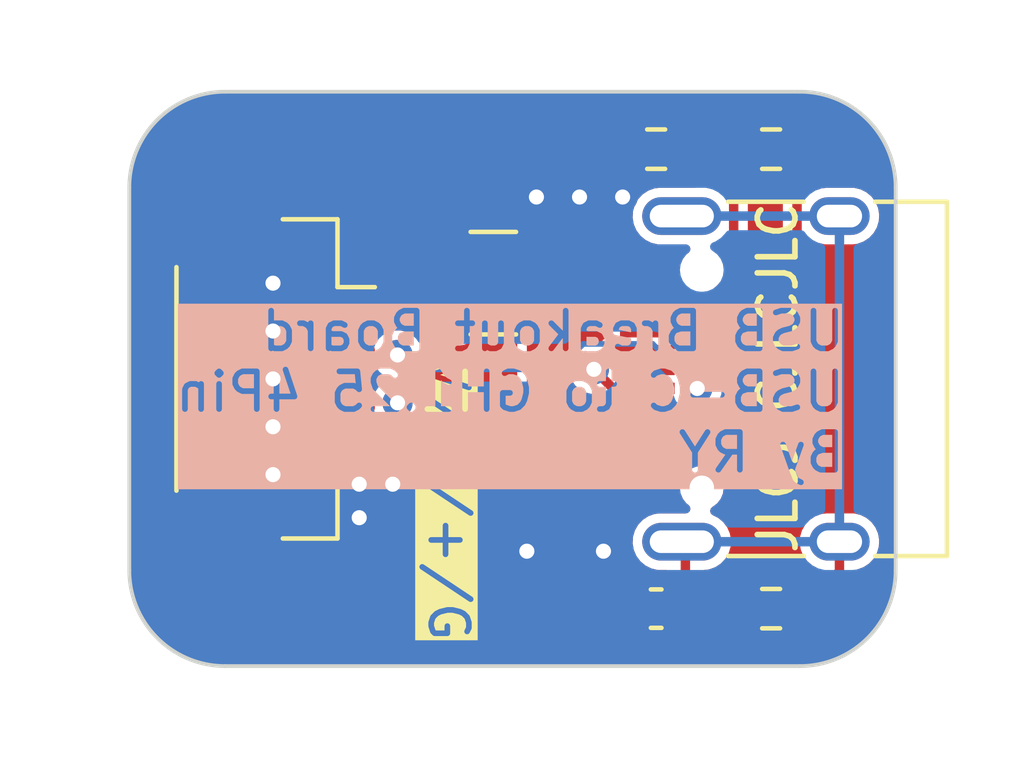
<source format=kicad_pcb>
(kicad_pcb (version 20221018) (generator pcbnew)
  (layers (0 "F.Cu" signal) (31 "B.Cu" signal) (34 "B.Paste" user) (35 "F.Paste" user) (36 "B.SilkS" user "B.Silkscreen") (37 "F.SilkS" user "F.Silkscreen") (38 "B.Mask" user) (39 "F.Mask" user) (44 "Edge.Cuts" user))
  (net 0 "")
  (net 1 "GND")
  (net 2 "Net-(J1-SHIELD)")
  (net 3 "+5V")
  (net 4 "Net-(F1-Pad2)")
  (net 5 "Net-(J1-CC1)")
  (net 6 "/USB_DP")
  (net 7 "/USB_DM")
  (net 9 "Net-(J1-CC2)")
  (footprint "Fuse:Fuse_1210_3225Metric" (layer "F.Cu") (at 121.412 73.66)
    (fp_text reference "F1" hide)
    (fp_text value "Fuse")
    (fp_line (start -0.602064 -1.36) (end 0.602064 -1.36) (stroke (width 0.12)) (layer "F.SilkS"))
    (fp_line (start -0.602064 1.36) (end 0.602064 1.36) (stroke (width 0.12)) (layer "F.SilkS"))
    (pad "1" smd roundrect (at -1.4 0) (size 1.25 2.65) (layers "F.Cu" "F.Paste" "F.Mask") (roundrect_rratio 0.2) (net 3 "+5V"))
    (pad "2" smd roundrect (at 1.4 0) (size 1.25 2.65) (layers "F.Cu" "F.Paste" "F.Mask") (roundrect_rratio 0.2) (net 4 "Net-(F1-Pad2)"))
  )
  (footprint "Connector_JST:JST_GH_SM04B-GHS-TB_1x04-1MP_P1.25mm_Horizontal" (layer "F.Cu") (at 115.57 76.2 -90)
    (fp_text reference "J2" hide)
    (fp_text value "Conn_01x04_MountingPin")
    (fp_line (start -4.235 -1.71) (end -2.435 -1.71) (stroke (width 0.12)) (layer "F.SilkS"))
    (fp_line (start -4.235 -0.26) (end -4.235 -1.71) (stroke (width 0.12)) (layer "F.SilkS"))
    (fp_line (start -2.965 2.56) (end 2.965 2.56) (stroke (width 0.12)) (layer "F.SilkS"))
    (fp_line (start -2.435 -1.71) (end -2.435 -2.7) (stroke (width 0.12)) (layer "F.SilkS"))
    (fp_line (start 4.235 -1.71) (end 2.435 -1.71) (stroke (width 0.12)) (layer "F.SilkS"))
    (fp_line (start 4.235 -0.26) (end 4.235 -1.71) (stroke (width 0.12)) (layer "F.SilkS"))
    (pad "1" smd roundrect (at -1.875 -1.85 270) (size 0.6 1.7) (layers "F.Cu" "F.Paste" "F.Mask") (net 3 "+5V"))
    (pad "2" smd roundrect (at -0.625 -1.85 270) (size 0.6 1.7) (layers "F.Cu" "F.Paste" "F.Mask") (net 7 "/USB_DM"))
    (pad "3" smd roundrect (at 0.625 -1.85 270) (size 0.6 1.7) (layers "F.Cu" "F.Paste" "F.Mask") (net 6 "/USB_DP"))
    (pad "4" smd roundrect (at 1.875 -1.85 270) (size 0.6 1.7) (layers "F.Cu" "F.Paste" "F.Mask") (net 1 "GND"))
    (pad "MP" smd roundrect (at -3.725 1.35 270) (size 1 2.7) (layers "F.Cu" "F.Paste" "F.Mask") (net 1 "GND"))
    (pad "MP" smd roundrect (at 3.725 1.35 270) (size 1 2.7) (layers "F.Cu" "F.Paste" "F.Mask") (net 1 "GND"))
  )
  (footprint "Connector_USB:USB_C_Receptacle_HRO_TYPE-C-31-M-12" (layer "F.Cu") (at 129.54 76.2 90)
    (fp_text reference "J1" hide)
    (fp_text value "USB_C_Receptacle_USB2.0")
    (fp_line (start -4.7 -1.9) (end -4.7 0.1) (stroke (width 0.12)) (layer "F.SilkS"))
    (fp_line (start -4.7 2) (end -4.7 3.9) (stroke (width 0.12)) (layer "F.SilkS"))
    (fp_line (start -4.7 3.9) (end 4.7 3.9) (stroke (width 0.12)) (layer "F.SilkS"))
    (fp_line (start 4.7 -1.9) (end 4.7 0.1) (stroke (width 0.12)) (layer "F.SilkS"))
    (fp_line (start 4.7 2) (end 4.7 3.9) (stroke (width 0.12)) (layer "F.SilkS"))
    (pad "" np_thru_hole circle (at -2.89 -2.6 90) (size 0.65 0.65) (drill 0.65) (layers "*.Cu" "*.Mask"))
    (pad "" np_thru_hole circle (at 2.89 -2.6 90) (size 0.65 0.65) (drill 0.65) (layers "*.Cu" "*.Mask"))
    (pad "A1" smd rect (at -3.25 -4.045 90) (size 0.6 1.45) (layers "F.Cu" "F.Paste" "F.Mask") (net 1 "GND"))
    (pad "A4" smd rect (at -2.45 -4.045 90) (size 0.6 1.45) (layers "F.Cu" "F.Paste" "F.Mask") (net 4 "Net-(F1-Pad2)"))
    (pad "A5" smd rect (at -1.25 -4.045 90) (size 0.3 1.45) (layers "F.Cu" "F.Paste" "F.Mask") (net 5 "Net-(J1-CC1)"))
    (pad "A6" smd rect (at -0.25 -4.045 90) (size 0.3 1.45) (layers "F.Cu" "F.Paste" "F.Mask") (net 6 "/USB_DP"))
    (pad "A7" smd rect (at 0.25 -4.045 90) (size 0.3 1.45) (layers "F.Cu" "F.Paste" "F.Mask") (net 7 "/USB_DM"))
    (pad "A8" smd rect (at 1.25 -4.045 90) (size 0.3 1.45) (layers "F.Cu" "F.Paste" "F.Mask"))
    (pad "A9" smd rect (at 2.45 -4.045 90) (size 0.6 1.45) (layers "F.Cu" "F.Paste" "F.Mask") (net 4 "Net-(F1-Pad2)"))
    (pad "A12" smd rect (at 3.25 -4.045 90) (size 0.6 1.45) (layers "F.Cu" "F.Paste" "F.Mask") (net 1 "GND"))
    (pad "B1" smd rect (at 3.25 -4.045 90) (size 0.6 1.45) (layers "F.Cu" "F.Paste" "F.Mask") (net 1 "GND"))
    (pad "B4" smd rect (at 2.45 -4.045 90) (size 0.6 1.45) (layers "F.Cu" "F.Paste" "F.Mask") (net 4 "Net-(F1-Pad2)"))
    (pad "B5" smd rect (at 1.75 -4.045 90) (size 0.3 1.45) (layers "F.Cu" "F.Paste" "F.Mask") (net 9 "Net-(J1-CC2)"))
    (pad "B6" smd rect (at 0.75 -4.045 90) (size 0.3 1.45) (layers "F.Cu" "F.Paste" "F.Mask") (net 6 "/USB_DP"))
    (pad "B7" smd rect (at -0.75 -4.045 90) (size 0.3 1.45) (layers "F.Cu" "F.Paste" "F.Mask") (net 7 "/USB_DM"))
    (pad "B8" smd rect (at -1.75 -4.045 90) (size 0.3 1.45) (layers "F.Cu" "F.Paste" "F.Mask"))
    (pad "B9" smd rect (at -2.45 -4.045 90) (size 0.6 1.45) (layers "F.Cu" "F.Paste" "F.Mask") (net 4 "Net-(F1-Pad2)"))
    (pad "B12" smd rect (at -3.25 -4.045 90) (size 0.6 1.45) (layers "F.Cu" "F.Paste" "F.Mask") (net 1 "GND"))
    (pad "S1" thru_hole oval (at -4.32 -3.13 90) (size 1 2.1) (drill oval 0.6 1.7) (layers "*.Cu" "*.Mask") (net 2 "Net-(J1-SHIELD)"))
    (pad "S1" thru_hole oval (at -4.32 1.05 90) (size 1 1.6) (drill oval 0.6 1.2) (layers "*.Cu" "*.Mask") (net 2 "Net-(J1-SHIELD)"))
    (pad "S1" thru_hole oval (at 4.32 -3.13 90) (size 1 2.1) (drill oval 0.6 1.7) (layers "*.Cu" "*.Mask") (net 2 "Net-(J1-SHIELD)"))
    (pad "S1" thru_hole oval (at 4.32 1.05 90) (size 1 1.6) (drill oval 0.6 1.2) (layers "*.Cu" "*.Mask") (net 2 "Net-(J1-SHIELD)"))
  )
  (footprint "Capacitor_SMD:C_0603_1608Metric" (layer "F.Cu") (at 125.73 82.296)
    (fp_text reference "C1" hide)
    (fp_text value "10nF")
    (fp_line (start -0.14058 -0.51) (end 0.14058 -0.51) (stroke (width 0.12)) (layer "F.SilkS"))
    (fp_line (start -0.14058 0.51) (end 0.14058 0.51) (stroke (width 0.12)) (layer "F.SilkS"))
    (pad "1" smd roundrect (at -0.775 0) (size 0.9 0.95) (layers "F.Cu" "F.Paste" "F.Mask") (net 1 "GND"))
    (pad "2" smd roundrect (at 0.775 0) (size 0.9 0.95) (layers "F.Cu" "F.Paste" "F.Mask") (net 2 "Net-(J1-SHIELD)"))
  )
  (footprint "Resistor_SMD:R_0603_1608Metric" (layer "F.Cu") (at 128.778 70.104)
    (fp_text reference "R1" hide)
    (fp_text value "5.1k")
    (fp_line (start -0.237258 -0.5225) (end 0.237258 -0.5225) (stroke (width 0.12)) (layer "F.SilkS"))
    (fp_line (start -0.237258 0.5225) (end 0.237258 0.5225) (stroke (width 0.12)) (layer "F.SilkS"))
    (pad "1" smd roundrect (at -0.825 0) (size 0.8 0.95) (layers "F.Cu" "F.Paste" "F.Mask") (net 1 "GND"))
    (pad "2" smd roundrect (at 0.825 0) (size 0.8 0.95) (layers "F.Cu" "F.Paste" "F.Mask") (net 5 "Net-(J1-CC1)"))
  )
  (footprint "Resistor_SMD:R_0603_1608Metric" (layer "F.Cu") (at 128.778 82.296)
    (fp_text reference "R3" hide)
    (fp_text value "1M")
    (fp_line (start -0.237258 -0.5225) (end 0.237258 -0.5225) (stroke (width 0.12)) (layer "F.SilkS"))
    (fp_line (start -0.237258 0.5225) (end 0.237258 0.5225) (stroke (width 0.12)) (layer "F.SilkS"))
    (pad "1" smd roundrect (at -0.825 0) (size 0.8 0.95) (layers "F.Cu" "F.Paste" "F.Mask") (net 1 "GND"))
    (pad "2" smd roundrect (at 0.825 0) (size 0.8 0.95) (layers "F.Cu" "F.Paste" "F.Mask") (net 2 "Net-(J1-SHIELD)"))
  )
  (footprint "Resistor_SMD:R_0603_1608Metric" (layer "F.Cu") (at 125.73 70.104)
    (fp_text reference "R2" hide)
    (fp_text value "5.1k")
    (fp_line (start -0.237258 -0.5225) (end 0.237258 -0.5225) (stroke (width 0.12)) (layer "F.SilkS"))
    (fp_line (start -0.237258 0.5225) (end 0.237258 0.5225) (stroke (width 0.12)) (layer "F.SilkS"))
    (pad "1" smd roundrect (at -0.825 0) (size 0.8 0.95) (layers "F.Cu" "F.Paste" "F.Mask") (net 1 "GND"))
    (pad "2" smd roundrect (at 0.825 0) (size 0.8 0.95) (layers "F.Cu" "F.Paste" "F.Mask") (net 9 "Net-(J1-CC2)"))
  )
  (gr_line (start 114.3 68.58) (end 129.54 68.58) (stroke (width 0.1)) (layer "Edge.Cuts"))
  (gr_line (start 132.08 71.12) (end 132.08 81.28) (stroke (width 0.1)) (layer "Edge.Cuts"))
  (gr_line (start 111.76 81.28) (end 111.76 71.12) (stroke (width 0.1)) (layer "Edge.Cuts"))
  (gr_arc (start 111.76 71.12) (mid 112.503949 69.323949) (end 114.3 68.58) (stroke (width 0.1)) (layer "Edge.Cuts"))
  (gr_arc (start 114.3 83.82) (mid 112.503949 83.076051) (end 111.76 81.28) (stroke (width 0.1)) (layer "Edge.Cuts"))
  (gr_arc (start 132.08 81.28) (mid 131.336051 83.076051) (end 129.54 83.82) (stroke (width 0.1)) (layer "Edge.Cuts"))
  (gr_arc (start 129.54 68.58) (mid 131.336051 69.323949) (end 132.08 71.12) (stroke (width 0.1)) (layer "Edge.Cuts"))
  (gr_line (start 129.54 83.82) (end 114.3 83.82) (stroke (width 0.1)) (layer "Edge.Cuts"))
  (gr_text "USB Breakout Board\nUSB-C to GH1.25 4Pin\nBy RY" (at 130.81 78.74) (layer "B.SilkS" knockout) (effects (font (size 1 1)) (justify left bottom mirror)))
  (gr_text "JLCJLCJLCJLC" (at 129.54 80.9 90) (layer "F.SilkS") (effects (font (size 1 0.9)) (justify left bottom)))
  (gr_text "V/-/+/G" (at 119.634 75.565 270) (layer "F.SilkS" knockout) (effects (font (size 1 1)) (justify left bottom)))
  (via (at 124.841 71.374) (size 0.8) (drill 0.4) (layers "F.Cu" "B.Cu") (net 1))
  (via (at 124.333 80.772) (size 0.8) (drill 0.4) (layers "F.Cu" "B.Cu") (net 1))
  (via (at 122.301 80.772) (size 0.8) (drill 0.4) (layers "F.Cu" "B.Cu") (net 1))
  (via (at 117.856 79.883) (size 0.8) (drill 0.4) (layers "F.Cu" "B.Cu") (net 1))
  (via (at 117.856 78.994) (size 0.8) (drill 0.4) (layers "F.Cu" "B.Cu") (net 1))
  (via (at 115.57 74.93) (size 0.8) (drill 0.4) (layers "F.Cu" "B.Cu") (net 1))
  (via (at 115.57 77.47) (size 0.8) (drill 0.4) (layers "F.Cu" "B.Cu") (net 1))
  (via (at 122.555 71.374) (size 0.8) (drill 0.4) (layers "F.Cu" "B.Cu") (net 1))
  (via (at 115.57 76.2) (size 0.8) (drill 0.4) (layers "F.Cu" "B.Cu") (net 1))
  (via (at 118.745 78.994) (size 0.8) (drill 0.4) (layers "F.Cu" "B.Cu") (net 1))
  (via (at 123.698 71.374) (size 0.8) (drill 0.4) (layers "F.Cu" "B.Cu") (net 1))
  (via (at 115.57 73.66) (size 0.8) (drill 0.4) (layers "F.Cu" "B.Cu") (net 1))
  (via (at 115.57 78.74) (size 0.8) (drill 0.4) (layers "F.Cu" "B.Cu") (net 1))
  (segment (start 126.505 82.296) (end 126.505 80.615) (width 0.25) (layer "F.Cu") (net 2))
  (segment (start 130.59 80.52) (end 130.59 81.309) (width 0.25) (layer "F.Cu") (net 2))
  (segment (start 130.59 81.309) (end 129.603 82.296) (width 0.25) (layer "F.Cu") (net 2))
  (segment (start 126.505 80.615) (end 126.41 80.52) (width 0.25) (layer "F.Cu") (net 2))
  (segment (start 126.41 71.88) (end 130.59 71.88) (width 0.25) (layer "B.Cu") (net 2))
  (segment (start 130.59 71.88) (end 130.59 80.52) (width 0.25) (layer "B.Cu") (net 2))
  (segment (start 130.59 80.52) (end 126.41 80.52) (width 0.25) (layer "B.Cu") (net 2))
  (segment (start 129.465 74.833807) (end 126.848807 77.45) (width 0.25) (layer "F.Cu") (net 5))
  (segment (start 129.465 70.242) (end 129.465 74.833807) (width 0.25) (layer "F.Cu") (net 5))
  (segment (start 129.603 70.104) (end 129.465 70.242) (width 0.25) (layer "F.Cu") (net 5))
  (segment (start 126.848807 77.45) (end 125.495 77.45) (width 0.25) (layer "F.Cu") (net 5))
  (segment (start 125.495 75.45) (end 124.575 75.45) (width 0.25) (layer "F.Cu") (net 6))
  (segment (start 124.583 76.45) (end 124.079 75.946) (width 0.25) (layer "F.Cu") (net 6))
  (segment (start 118.872 76.835) (end 117.43 76.835) (width 0.15) (layer "F.Cu") (net 6))
  (segment (start 125.495 76.45) (end 124.583 76.45) (width 0.25) (layer "F.Cu") (net 6))
  (segment (start 117.43 76.835) (end 117.42 76.825) (width 0.15) (layer "F.Cu") (net 6))
  (segment (start 124.575 75.45) (end 124.079 75.946) (width 0.25) (layer "F.Cu") (net 6))
  (via (at 124.079 75.946) (size 0.8) (drill 0.4) (layers "F.Cu" "B.Cu") (net 6))
  (via (at 118.872 76.835) (size 0.8) (drill 0.4) (layers "F.Cu" "B.Cu") (net 6))
  (segment (start 124.079 75.946) (end 119.761 75.946) (width 0.15) (layer "B.Cu") (net 6))
  (segment (start 119.761 75.946) (end 118.872 76.835) (width 0.15) (layer "B.Cu") (net 6))
  (segment (start 126.504 76.95) (end 125.495 76.95) (width 0.25) (layer "F.Cu") (net 7))
  (segment (start 118.872 75.565) (end 117.43 75.565) (width 0.15) (layer "F.Cu") (net 7))
  (segment (start 126.52 75.95) (end 126.819502 76.249502) (width 0.25) (layer "F.Cu") (net 7))
  (segment (start 126.819502 76.634498) (end 126.504 76.95) (width 0.25) (layer "F.Cu") (net 7))
  (segment (start 126.819502 76.454) (end 126.819502 76.634498) (width 0.25) (layer "F.Cu") (net 7))
  (segment (start 117.43 75.565) (end 117.42 75.575) (width 0.15) (layer "F.Cu") (net 7))
  (segment (start 125.495 75.95) (end 126.52 75.95) (width 0.25) (layer "F.Cu") (net 7))
  (via (at 118.872 75.565) (size 0.8) (drill 0.4) (layers "F.Cu" "B.Cu") (net 7))
  (via (at 126.819502 76.454) (size 0.8) (drill 0.4) (layers "F.Cu" "B.Cu") (net 7))
  (segment (start 123.474405 75.596) (end 118.903 75.596) (width 0.15) (layer "B.Cu") (net 7))
  (segment (start 123.799405 75.271) (end 123.474405 75.596) (width 0.15) (layer "B.Cu") (net 7))
  (segment (start 125.636502 75.271) (end 123.799405 75.271) (width 0.15) (layer "B.Cu") (net 7))
  (segment (start 126.819502 76.454) (end 125.636502 75.271) (width 0.15) (layer "B.Cu") (net 7))
  (segment (start 118.903 75.596) (end 118.872 75.565) (width 0.15) (layer "B.Cu") (net 7))
  (segment (start 127.785 71.334) (end 127.785 73.454949) (width 0.25) (layer "F.Cu") (net 9))
  (segment (start 126.555 70.104) (end 127.785 71.334) (width 0.25) (layer "F.Cu") (net 9))
  (segment (start 127.785 73.454949) (end 126.789949 74.45) (width 0.25) (layer "F.Cu") (net 9))
  (segment (start 126.789949 74.45) (end 125.495 74.45) (width 0.25) (layer "F.Cu") (net 9))
  (zone (net 3) (net_name "+5V") (layer "F.Cu") (priority 4) (connect_pads yes (clearance 0.25)) (min_thickness 0.25) (fill yes (thermal_gap 0.5) (thermal_bridge_width 0.5))
    (polygon (pts (xy 117.094 72.263) (xy 116.586 72.771) (xy 116.586 74.676) (xy 117.094 75.057) (xy 120.65 75.057) (xy 120.65 72.263) (xy 119.761 72.263)))
  )
  (zone (net 4) (net_name "Net-(F1-Pad2)") (layer "F.Cu") (priority 4) (connect_pads yes (clearance 0.25)) (min_thickness 0.25) (fill yes (thermal_gap 0.5) (thermal_bridge_width 0.5))
    (polygon (pts (xy 126.365 73.406) (xy 124.206 73.406) (xy 124.206 72.009) (xy 122.301 72.009) (xy 122.301 77.47) (xy 124.206 79.375) (xy 126.365 79.375)))
  )
  (zone (net 1) (net_name "GND") (layers "F&B.Cu") (priority 3) (connect_pads yes (clearance 0.25)) (min_thickness 0.25) (fill yes (thermal_gap 0.5) (thermal_bridge_width 0.5))
    (polygon (pts (xy 108.331 67.183) (xy 135.001 67.183) (xy 135.001 84.963) (xy 108.331 84.963)))
  )
)
</source>
